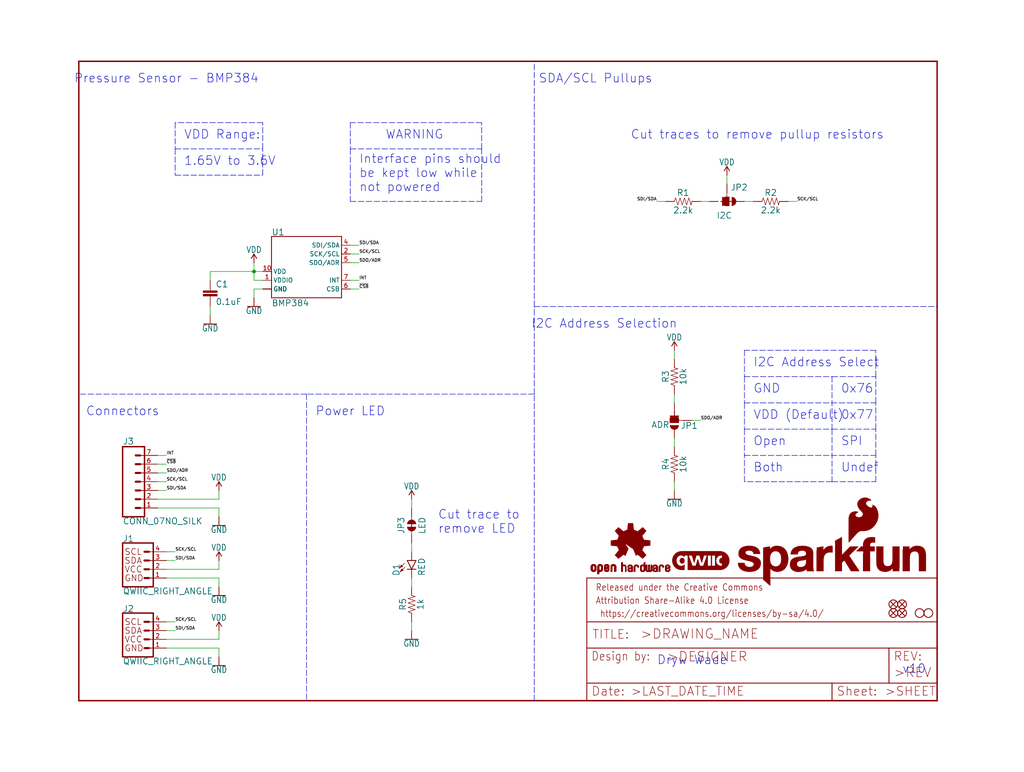
<source format=kicad_sch>
(kicad_sch (version 20211123) (generator eeschema)
  (paper "User" 297.002 223.926)
  (lib_symbols
    (symbol "schematicEagle-eagle-import:0.1UF-0603-25V-(+80{slash}-20%)"
      (property "Reference" "C" (at 1.524 2.921 0))
      (property "Value" "0.1UF-0603-25V-(+80{slash}-20%)" (at 1.524 -2.159 0))
      (symbol "0.1UF-0603-25V-(+80{slash}-20%)_1_0"
        (pin passive line (at 0 5.08 270) (length 2.54) (name "1") (number "1"))
        (pin passive line (at 0 -2.54 90) (length 2.54) (name "2") (number "2"))
      )
    )
    (symbol "schematicEagle-eagle-import:10KOHM-0603-1{slash}10W-1%"
      (property "Reference" "R" (at 0 1.524 0))
      (property "Value" "10KOHM-0603-1{slash}10W-1%" (at 0 -1.524 0))
      (symbol "10KOHM-0603-1{slash}10W-1%_1_0"
        (pin passive line (at -5.08 0 0) (length 2.54) (name "1") (number "1"))
        (pin passive line (at 5.08 0 180) (length 2.54) (name "2") (number "2"))
      )
    )
    (symbol "schematicEagle-eagle-import:1KOHM-0603-1{slash}10W-1%"
      (property "Reference" "R" (at 0 1.524 0))
      (property "Value" "1KOHM-0603-1{slash}10W-1%" (at 0 -1.524 0))
      (symbol "1KOHM-0603-1{slash}10W-1%_1_0"
        (pin passive line (at -5.08 0 0) (length 2.54) (name "1") (number "1"))
        (pin passive line (at 5.08 0 180) (length 2.54) (name "2") (number "2"))
      )
    )
    (symbol "schematicEagle-eagle-import:2.2KOHM-0603-1{slash}10W-1%"
      (property "Reference" "R" (at 0 1.524 0))
      (property "Value" "2.2KOHM-0603-1{slash}10W-1%" (at 0 -1.524 0))
      (symbol "2.2KOHM-0603-1{slash}10W-1%_1_0"
        (pin passive line (at -5.08 0 0) (length 2.54) (name "1") (number "1"))
        (pin passive line (at 5.08 0 180) (length 2.54) (name "2") (number "2"))
      )
    )
    (symbol "schematicEagle-eagle-import:BMP384"
      (property "Reference" "U" (at -12.7 7.874 0))
      (property "Value" "BMP384" (at -12.7 -12.7 0))
      (symbol "BMP384_1_0"
        (pin power_in line (at -15.24 -5.08 0) (length 2.54) (name "VDDIO") (number "1"))
        (pin power_in line (at -15.24 -2.54 0) (length 2.54) (name "VDD") (number "10"))
        (pin bidirectional line (at 10.16 2.54 180) (length 2.54) (name "SCK/SCL") (number "2"))
        (pin power_in line (at -15.24 -7.62 0) (length 2.54) (name "GND") (number "3"))
        (pin bidirectional line (at 10.16 5.08 180) (length 2.54) (name "SDI/SDA") (number "4"))
        (pin bidirectional line (at 10.16 0 180) (length 2.54) (name "SDO/ADR") (number "5"))
        (pin input line (at 10.16 -7.62 180) (length 2.54) (name "CSB") (number "6"))
        (pin output line (at 10.16 -5.08 180) (length 2.54) (name "INT") (number "7"))
        (pin power_in line (at -15.24 -7.62 0) (length 2.54) (name "GND") (number "8"))
        (pin power_in line (at -15.24 -7.62 0) (length 2.54) (name "GND") (number "9"))
      )
    )
    (symbol "schematicEagle-eagle-import:CONN_07NO_SILK"
      (property "Reference" "J" (at -5.08 13.208 0))
      (property "Value" "CONN_07NO_SILK" (at -5.08 -9.906 0))
      (symbol "CONN_07NO_SILK_1_0"
        (pin passive line (at 5.08 -5.08 180) (length 5.08) (name "1") (number "1"))
        (pin passive line (at 5.08 -2.54 180) (length 5.08) (name "2") (number "2"))
        (pin passive line (at 5.08 0 180) (length 5.08) (name "3") (number "3"))
        (pin passive line (at 5.08 2.54 180) (length 5.08) (name "4") (number "4"))
        (pin passive line (at 5.08 5.08 180) (length 5.08) (name "5") (number "5"))
        (pin passive line (at 5.08 7.62 180) (length 5.08) (name "6") (number "6"))
        (pin passive line (at 5.08 10.16 180) (length 5.08) (name "7") (number "7"))
      )
    )
    (symbol "schematicEagle-eagle-import:FIDUCIAL1X2")
    (symbol "schematicEagle-eagle-import:FRAME-LETTER"
      (symbol "FRAME-LETTER_2_0"
        (text " https://creativecommons.org/licenses/by-sa/4.0/" (at 2.54 24.13 0) (effects (font (size 1.9304 1.6408)) (justify left bottom)))
        (text ">DESIGNER" (at 23.114 11.176 0) (effects (font (size 2.7432 2.7432)) (justify left bottom)))
        (text ">DRAWING_NAME" (at 15.494 17.78 0) (effects (font (size 2.7432 2.7432)) (justify left bottom)))
        (text ">LAST_DATE_TIME" (at 12.7 1.27 0) (effects (font (size 2.54 2.54)) (justify left bottom)))
        (text ">REV" (at 88.9 6.604 0) (effects (font (size 2.7432 2.7432)) (justify left bottom)))
        (text ">SHEET" (at 86.36 1.27 0) (effects (font (size 2.54 2.54)) (justify left bottom)))
        (text "Attribution Share-Alike 4.0 License" (at 2.54 27.94 0) (effects (font (size 1.9304 1.6408)) (justify left bottom)))
        (text "Date:" (at 1.27 1.27 0) (effects (font (size 2.54 2.54)) (justify left bottom)))
        (text "Design by:" (at 1.27 11.43 0) (effects (font (size 2.54 2.159)) (justify left bottom)))
        (text "Released under the Creative Commons" (at 2.54 31.75 0) (effects (font (size 1.9304 1.6408)) (justify left bottom)))
        (text "REV:" (at 88.9 11.43 0) (effects (font (size 2.54 2.54)) (justify left bottom)))
        (text "Sheet:" (at 72.39 1.27 0) (effects (font (size 2.54 2.54)) (justify left bottom)))
        (text "TITLE:" (at 1.524 17.78 0) (effects (font (size 2.54 2.54)) (justify left bottom)))
      )
    )
    (symbol "schematicEagle-eagle-import:GND" (power)
      (property "Value" "GND" (at 0 -0.254 0))
      (symbol "GND_1_0"
        (pin power_in line (at 0 2.54 270) (length 2.54) (name "GND") (number "1"))
      )
    )
    (symbol "schematicEagle-eagle-import:JUMPER-SMT_2_NC_TRACE_SILK"
      (property "Reference" "JP" (at 0 3.048 0))
      (property "Value" "JUMPER-SMT_2_NC_TRACE_SILK" (at 0 -3.048 0))
      (symbol "JUMPER-SMT_2_NC_TRACE_SILK_1_0"
        (pin passive line (at -5.08 0 0) (length 2.54) (name "1") (number "1"))
        (pin passive line (at 5.08 0 180) (length 2.54) (name "2") (number "2"))
      )
    )
    (symbol "schematicEagle-eagle-import:JUMPER-SMT_3_1-NC_TRACE_SILK"
      (property "Reference" "JP" (at 5.842 1.524 0))
      (property "Value" "JUMPER-SMT_3_1-NC_TRACE_SILK" (at 6.604 -1.27 0))
      (symbol "JUMPER-SMT_3_1-NC_TRACE_SILK_1_0"
        (pin passive line (at 0 5.08 270) (length 2.54) (name "1") (number "1"))
        (pin passive line (at -5.08 0 0) (length 2.54) (name "2") (number "2"))
        (pin passive line (at 0 -5.08 90) (length 2.54) (name "3") (number "3"))
      )
    )
    (symbol "schematicEagle-eagle-import:JUMPER-SMT_3_2-NC_TRACE_SILK"
      (property "Reference" "JP" (at 6.096 1.524 0))
      (property "Value" "JUMPER-SMT_3_2-NC_TRACE_SILK" (at 6.858 -1.524 0))
      (symbol "JUMPER-SMT_3_2-NC_TRACE_SILK_1_0"
        (pin passive line (at 0 5.08 270) (length 2.54) (name "1") (number "1"))
        (pin passive line (at -5.08 0 0) (length 2.54) (name "2") (number "2"))
        (pin passive line (at 0 -5.08 90) (length 2.54) (name "3") (number "3"))
      )
    )
    (symbol "schematicEagle-eagle-import:LED-RED0603"
      (property "Reference" "D" (at -3.429 -4.572 90))
      (property "Value" "LED-RED0603" (at 1.905 -4.572 90))
      (symbol "LED-RED0603_1_0"
        (pin passive line (at 0 2.54 270) (length 2.54) (name "A") (number "A"))
        (pin passive line (at 0 -5.08 90) (length 2.54) (name "C") (number "C"))
      )
    )
    (symbol "schematicEagle-eagle-import:OSHW-LOGOS")
    (symbol "schematicEagle-eagle-import:QWIIC_CONNECTORJS-1MM"
      (property "Reference" "J" (at -5.08 7.874 0))
      (property "Value" "QWIIC_CONNECTORJS-1MM" (at -5.08 -5.334 0))
      (symbol "QWIIC_CONNECTORJS-1MM_1_0"
        (text "GND" (at -4.572 -2.54 0) (effects (font (size 1.778 1.778)) (justify left)))
        (text "SCL" (at -4.572 5.08 0) (effects (font (size 1.778 1.778)) (justify left)))
        (text "SDA" (at -4.572 2.54 0) (effects (font (size 1.778 1.778)) (justify left)))
        (text "VCC" (at -4.572 0 0) (effects (font (size 1.778 1.778)) (justify left)))
        (pin power_in line (at 7.62 -2.54 180) (length 5.08) (name "1") (number "1"))
        (pin power_in line (at 7.62 0 180) (length 5.08) (name "2") (number "2"))
        (pin passive line (at 7.62 2.54 180) (length 5.08) (name "3") (number "3"))
        (pin passive line (at 7.62 5.08 180) (length 5.08) (name "4") (number "4"))
      )
    )
    (symbol "schematicEagle-eagle-import:QWIIC_LOGO_5MM")
    (symbol "schematicEagle-eagle-import:SFE_LOGO_FLAME.2_INCH")
    (symbol "schematicEagle-eagle-import:SFE_LOGO_NAME_FLAME.1_INCH")
    (symbol "schematicEagle-eagle-import:STAND-OFF")
    (symbol "schematicEagle-eagle-import:VDD" (power)
      (property "Value" "VDD" (at 0 2.794 0))
      (symbol "VDD_1_0"
        (pin power_in line (at 0 0 90) (length 2.54) (name "VDD") (number "1"))
      )
    )
  )
  (junction (at 73.66 78.74))
  (wire (pts (xy 45.72 134.62) (xy 48.26 134.62)))
  (polyline (pts (xy 254 132.08) (xy 254 124.46)))
  (polyline (pts (xy 76.2 35.56) (xy 50.8 35.56)))
  (polyline (pts (xy 215.9 116.84) (xy 254 116.84)))
  (polyline (pts (xy 154.94 114.3) (xy 88.9 114.3)))
  (wire (pts (xy 45.72 142.24) (xy 48.26 142.24)))
  (polyline (pts (xy 215.9 139.7) (xy 215.9 132.08)))
  (polyline (pts (xy 215.9 101.6) (xy 215.9 109.22)))
  (wire (pts (xy 48.26 182.88) (xy 50.8 182.88)))
  (wire (pts (xy 119.38 147.32) (xy 119.38 144.78)))
  (polyline (pts (xy 50.8 43.18) (xy 50.8 50.8)))
  (wire (pts (xy 60.96 81.28) (xy 60.96 78.74)))
  (wire (pts (xy 63.5 147.32) (xy 63.5 149.86)))
  (polyline (pts (xy 254 109.22) (xy 254 101.6)))
  (polyline (pts (xy 139.7 58.42) (xy 139.7 43.18)))
  (wire (pts (xy 73.66 81.28) (xy 73.66 78.74)))
  (wire (pts (xy 48.26 187.96) (xy 63.5 187.96)))
  (polyline (pts (xy 154.94 88.9) (xy 271.78 88.9)))
  (polyline (pts (xy 254 116.84) (xy 254 109.22)))
  (polyline (pts (xy 241.3 139.7) (xy 254 139.7)))
  (polyline (pts (xy 241.3 109.22) (xy 254 109.22)))
  (polyline (pts (xy 139.7 35.56) (xy 101.6 35.56)))
  (polyline (pts (xy 50.8 43.18) (xy 76.2 43.18)))
  (wire (pts (xy 101.6 76.2) (xy 104.14 76.2)))
  (wire (pts (xy 101.6 71.12) (xy 104.14 71.12)))
  (polyline (pts (xy 76.2 43.18) (xy 76.2 35.56)))
  (wire (pts (xy 190.5 58.42) (xy 193.04 58.42)))
  (polyline (pts (xy 241.3 124.46) (xy 254 124.46)))
  (polyline (pts (xy 254 101.6) (xy 215.9 101.6)))
  (wire (pts (xy 63.5 167.64) (xy 63.5 170.18)))
  (wire (pts (xy 63.5 185.42) (xy 63.5 182.88)))
  (wire (pts (xy 45.72 139.7) (xy 48.26 139.7)))
  (polyline (pts (xy 215.9 124.46) (xy 241.3 124.46)))
  (wire (pts (xy 48.26 165.1) (xy 63.5 165.1)))
  (wire (pts (xy 228.6 58.42) (xy 231.14 58.42)))
  (wire (pts (xy 205.74 58.42) (xy 203.2 58.42)))
  (wire (pts (xy 119.38 182.88) (xy 119.38 180.34)))
  (wire (pts (xy 45.72 147.32) (xy 63.5 147.32)))
  (wire (pts (xy 45.72 144.78) (xy 63.5 144.78)))
  (polyline (pts (xy 88.9 114.3) (xy 22.86 114.3)))
  (polyline (pts (xy 241.3 109.22) (xy 241.3 124.46)))
  (wire (pts (xy 48.26 167.64) (xy 63.5 167.64)))
  (polyline (pts (xy 50.8 50.8) (xy 76.2 50.8)))
  (wire (pts (xy 76.2 78.74) (xy 73.66 78.74)))
  (wire (pts (xy 63.5 187.96) (xy 63.5 190.5)))
  (polyline (pts (xy 154.94 88.9) (xy 154.94 17.78)))
  (polyline (pts (xy 215.9 109.22) (xy 215.9 116.84)))
  (wire (pts (xy 195.58 142.24) (xy 195.58 139.7)))
  (polyline (pts (xy 101.6 35.56) (xy 101.6 43.18)))
  (polyline (pts (xy 88.9 114.3) (xy 88.9 203.2)))
  (wire (pts (xy 119.38 157.48) (xy 119.38 160.02)))
  (wire (pts (xy 73.66 83.82) (xy 73.66 86.36)))
  (polyline (pts (xy 254 124.46) (xy 254 116.84)))
  (polyline (pts (xy 50.8 35.56) (xy 50.8 43.18)))
  (wire (pts (xy 195.58 104.14) (xy 195.58 101.6)))
  (wire (pts (xy 48.26 160.02) (xy 50.8 160.02)))
  (polyline (pts (xy 254 139.7) (xy 254 132.08)))
  (wire (pts (xy 195.58 127) (xy 195.58 129.54)))
  (polyline (pts (xy 76.2 50.8) (xy 76.2 43.18)))
  (polyline (pts (xy 241.3 124.46) (xy 241.3 139.7)))
  (polyline (pts (xy 101.6 43.18) (xy 139.7 43.18)))
  (wire (pts (xy 76.2 81.28) (xy 73.66 81.28)))
  (polyline (pts (xy 241.3 139.7) (xy 215.9 139.7)))
  (wire (pts (xy 63.5 165.1) (xy 63.5 162.56)))
  (wire (pts (xy 119.38 167.64) (xy 119.38 170.18)))
  (polyline (pts (xy 154.94 203.2) (xy 154.94 114.3)))
  (polyline (pts (xy 139.7 43.18) (xy 139.7 35.56)))
  (wire (pts (xy 195.58 116.84) (xy 195.58 114.3)))
  (polyline (pts (xy 215.9 109.22) (xy 241.3 109.22)))
  (wire (pts (xy 60.96 91.44) (xy 60.96 88.9)))
  (wire (pts (xy 218.44 58.42) (xy 215.9 58.42)))
  (wire (pts (xy 101.6 81.28) (xy 104.14 81.28)))
  (wire (pts (xy 48.26 185.42) (xy 63.5 185.42)))
  (wire (pts (xy 210.82 53.34) (xy 210.82 50.8)))
  (polyline (pts (xy 215.9 132.08) (xy 254 132.08)))
  (wire (pts (xy 48.26 162.56) (xy 50.8 162.56)))
  (polyline (pts (xy 101.6 58.42) (xy 139.7 58.42)))
  (polyline (pts (xy 215.9 124.46) (xy 215.9 132.08)))
  (wire (pts (xy 45.72 132.08) (xy 48.26 132.08)))
  (wire (pts (xy 60.96 78.74) (xy 73.66 78.74)))
  (polyline (pts (xy 215.9 116.84) (xy 215.9 124.46)))
  (wire (pts (xy 76.2 83.82) (xy 73.66 83.82)))
  (polyline (pts (xy 154.94 114.3) (xy 154.94 88.9)))
  (wire (pts (xy 63.5 144.78) (xy 63.5 142.24)))
  (wire (pts (xy 101.6 73.66) (xy 104.14 73.66)))
  (polyline (pts (xy 101.6 43.18) (xy 101.6 58.42)))
  (wire (pts (xy 48.26 180.34) (xy 50.8 180.34)))
  (wire (pts (xy 101.6 83.82) (xy 104.14 83.82)))
  (wire (pts (xy 73.66 78.74) (xy 73.66 76.2)))
  (wire (pts (xy 200.66 121.92) (xy 203.2 121.92)))
  (wire (pts (xy 45.72 137.16) (xy 48.26 137.16)))
  (text "Cut traces to remove pullup resistors" (at 182.88 40.64 180) (effects (font (size 2.54 2.54)) (justify left bottom)))
  (text "0x76" (at 243.84 114.3 180) (effects (font (size 2.54 2.54)) (justify left bottom)))
  (text "Connectors" (at 35.56 119.38 180) (effects (font (size 2.54 2.54))))
  (text "0x77" (at 243.84 121.92 180) (effects (font (size 2.54 2.54)) (justify left bottom)))
  (text "I2C Address Selection" (at 175.26 93.98 180) (effects (font (size 2.54 2.54))))
  (text "Cut trace to\nremove LED" (at 127 154.94 180) (effects (font (size 2.54 2.54)) (justify left bottom)))
  (text "I2C Address Select" (at 218.44 106.68 180) (effects (font (size 2.54 2.54)) (justify left bottom)))
  (text "VDD Range:" (at 53.34 40.64 180) (effects (font (size 2.54 2.54)) (justify left bottom)))
  (text "SPI" (at 243.84 129.54 180) (effects (font (size 2.54 2.54)) (justify left bottom)))
  (text "1.65V to 3.6V" (at 53.34 48.26 180) (effects (font (size 2.54 2.54)) (justify left bottom)))
  (text "v10" (at 261.62 195.58 180) (effects (font (size 2.54 2.54)) (justify left bottom)))
  (text "SDA/SCL Pullups" (at 172.72 22.86 180) (effects (font (size 2.54 2.54))))
  (text "Dryw Wade" (at 190.5 193.04 180) (effects (font (size 2.54 2.54)) (justify left bottom)))
  (text "GND" (at 218.44 114.3 180) (effects (font (size 2.54 2.54)) (justify left bottom)))
  (text "VDD (Default)" (at 218.44 121.92 180) (effects (font (size 2.54 2.54)) (justify left bottom)))
  (text "Both" (at 218.44 137.16 180) (effects (font (size 2.54 2.54)) (justify left bottom)))
  (text "Pressure Sensor - BMP384" (at 48.26 22.86 180) (effects (font (size 2.54 2.54))))
  (text "Power LED" (at 101.6 119.38 180) (effects (font (size 2.54 2.54))))
  (text "WARNING" (at 111.76 40.64 180) (effects (font (size 2.54 2.54)) (justify left bottom)))
  (text "Undef" (at 243.84 137.16 180) (effects (font (size 2.54 2.54)) (justify left bottom)))
  (text "Interface pins should\nbe kept low while\nnot powered~{}" (at 104.14 55.88 0) (effects (font (size 2.54 2.54)) (justify left bottom)))
  (text "Open" (at 218.44 129.54 180) (effects (font (size 2.54 2.54)) (justify left bottom)))
  (label "SCK/SCL" (at 104.14 73.66 0) (effects (font (size 0.889 0.889))))
  (label "SDI/SDA" (at 50.8 162.56 0) (effects (font (size 0.889 0.889))))
  (label "SCK/SCL" (at 50.8 180.34 0) (effects (font (size 0.889 0.889))))
  (label "SCK/SCL" (at 231.14 58.42 0) (effects (font (size 0.889 0.889))))
  (label "SDO/ADR" (at 104.14 76.2 0) (effects (font (size 0.889 0.889))))
  (label "SDI/SDA" (at 50.8 182.88 0) (effects (font (size 0.889 0.889))))
  (label "~{CSB}" (at 104.14 83.82 0) (effects (font (size 0.889 0.889))))
  (label "SDI/SDA" (at 48.26 142.24 0) (effects (font (size 0.889 0.889))))
  (label "SDI/SDA" (at 104.14 71.12 0) (effects (font (size 0.889 0.889))))
  (label "INT" (at 48.26 132.08 0) (effects (font (size 0.889 0.889))))
  (label "SCK/SCL" (at 48.26 139.7 0) (effects (font (size 0.889 0.889))))
  (label "SDO/ADR" (at 48.26 137.16 0) (effects (font (size 0.889 0.889))))
  (label "~{CSB}" (at 48.26 134.62 0) (effects (font (size 0.889 0.889))))
  (label "SDO/ADR" (at 203.2 121.92 0) (effects (font (size 0.889 0.889))))
  (label "INT" (at 104.14 81.28 0) (effects (font (size 0.889 0.889))))
  (label "SDI/SDA" (at 190.5 58.42 180) (effects (font (size 0.889 0.889))))
  (label "SCK/SCL" (at 50.8 160.02 0) (effects (font (size 0.889 0.889))))
  (symbol (lib_id "schematicEagle-eagle-import:SFE_LOGO_FLAME.2_INCH") (at 245.872 157.734 0) (unit 1)
    (property "Reference" "LOGO2" (effects hide))
    (property "Value" "SFE_LOGO_FLAME.2_INCH" (effects hide))
    (property "Footprint" "schematicEagle:SFE_LOGO_FLAME_.2" (effects hide))
  )
  (symbol (lib_id "schematicEagle-eagle-import:GND") (at 63.5 193.04 0) (unit 1)
    (property "Reference" "#GND3" (effects hide))
    (property "Value" "GND" (at 63.5 193.294 0) (effects (font (size 1.778 1.5113)) (justify top)))
    (property "Footprint" "schematicEagle:" (effects hide))
  )
  (symbol (lib_id "schematicEagle-eagle-import:GND") (at 63.5 172.72 0) (unit 1)
    (property "Reference" "#GND2" (effects hide))
    (property "Value" "GND" (at 63.5 172.974 0) (effects (font (size 1.778 1.5113)) (justify top)))
    (property "Footprint" "schematicEagle:" (effects hide))
  )
  (symbol (lib_id "schematicEagle-eagle-import:2.2KOHM-0603-1{slash}10W-1%") (at 198.12 58.42 0) (unit 1)
    (property "Reference" "R1" (at 198.12 56.896 0) (effects (font (size 1.778 1.778)) (justify bottom)))
    (property "Value" "2.2k" (at 198.12 59.944 0) (effects (font (size 1.778 1.778)) (justify top)))
    (property "Footprint" "schematicEagle:0603" (effects hide))
  )
  (symbol (lib_id "schematicEagle-eagle-import:QWIIC_LOGO_5MM") (at 203.2 162.56 0) (unit 1)
    (property "Reference" "LOGO3" (effects hide))
    (property "Value" "QWIIC_LOGO_5MM" (effects hide))
    (property "Footprint" "schematicEagle:QWIIC_5MM" (effects hide))
  )
  (symbol (lib_id "schematicEagle-eagle-import:GND") (at 63.5 152.4 0) (unit 1)
    (property "Reference" "#GND5" (effects hide))
    (property "Value" "GND" (at 63.5 152.654 0) (effects (font (size 1.778 1.5113)) (justify top)))
    (property "Footprint" "schematicEagle:" (effects hide))
  )
  (symbol (lib_id "schematicEagle-eagle-import:BMP384") (at 91.44 76.2 0) (unit 1)
    (property "Reference" "U1" (at 78.74 68.326 0) (effects (font (size 1.778 1.778)) (justify left bottom)))
    (property "Value" "BMP384" (at 78.74 88.9 0) (effects (font (size 1.778 1.778)) (justify left bottom)))
    (property "Footprint" "schematicEagle:LGA-10" (effects hide))
  )
  (symbol (lib_id "schematicEagle-eagle-import:VDD") (at 63.5 182.88 0) (unit 1)
    (property "Reference" "#SUPPLY3" (effects hide))
    (property "Value" "VDD" (at 63.5 180.086 0) (effects (font (size 1.778 1.5113)) (justify bottom)))
    (property "Footprint" "schematicEagle:" (effects hide))
  )
  (symbol (lib_id "schematicEagle-eagle-import:FIDUCIAL1X2") (at 261.62 177.8 0) (unit 1)
    (property "Reference" "FD1" (effects hide))
    (property "Value" "FIDUCIAL1X2" (effects hide))
    (property "Footprint" "schematicEagle:FIDUCIAL-1X2" (effects hide))
  )
  (symbol (lib_id "schematicEagle-eagle-import:VDD") (at 195.58 101.6 0) (unit 1)
    (property "Reference" "#SUPPLY7" (effects hide))
    (property "Value" "VDD" (at 195.58 98.806 0) (effects (font (size 1.778 1.5113)) (justify bottom)))
    (property "Footprint" "schematicEagle:" (effects hide))
  )
  (symbol (lib_id "schematicEagle-eagle-import:10KOHM-0603-1{slash}10W-1%") (at 195.58 109.22 90) (unit 1)
    (property "Reference" "R3" (at 194.056 109.22 0) (effects (font (size 1.778 1.778)) (justify bottom)))
    (property "Value" "10k" (at 197.104 109.22 0) (effects (font (size 1.778 1.778)) (justify top)))
    (property "Footprint" "schematicEagle:0603" (effects hide))
  )
  (symbol (lib_id "schematicEagle-eagle-import:STAND-OFF") (at 269.24 177.8 0) (unit 1)
    (property "Reference" "H1" (effects hide))
    (property "Value" "STAND-OFF" (effects hide))
    (property "Footprint" "schematicEagle:STAND-OFF" (effects hide))
  )
  (symbol (lib_id "schematicEagle-eagle-import:0.1UF-0603-25V-(+80{slash}-20%)") (at 60.96 86.36 0) (unit 1)
    (property "Reference" "C1" (at 62.484 83.439 0) (effects (font (size 1.778 1.778)) (justify left bottom)))
    (property "Value" "0.1uF" (at 62.484 88.519 0) (effects (font (size 1.778 1.778)) (justify left bottom)))
    (property "Footprint" "schematicEagle:0603" (effects hide))
  )
  (symbol (lib_id "schematicEagle-eagle-import:GND") (at 60.96 93.98 0) (unit 1)
    (property "Reference" "#GND4" (effects hide))
    (property "Value" "GND" (at 60.96 94.234 0) (effects (font (size 1.778 1.5113)) (justify top)))
    (property "Footprint" "schematicEagle:" (effects hide))
  )
  (symbol (lib_id "schematicEagle-eagle-import:GND") (at 73.66 88.9 0) (unit 1)
    (property "Reference" "#GND1" (effects hide))
    (property "Value" "GND" (at 73.66 89.154 0) (effects (font (size 1.778 1.5113)) (justify top)))
    (property "Footprint" "schematicEagle:" (effects hide))
  )
  (symbol (lib_id "schematicEagle-eagle-import:JUMPER-SMT_3_2-NC_TRACE_SILK") (at 210.82 58.42 270) (unit 1)
    (property "Reference" "JP2" (at 214.376 54.356 90) (effects (font (size 1.778 1.778))))
    (property "Value" "I2C" (at 210.058 62.484 90) (effects (font (size 1.778 1.778))))
    (property "Footprint" "schematicEagle:SMT-JUMPER_3_2-NC_TRACE_SILK" (effects hide))
  )
  (symbol (lib_id "schematicEagle-eagle-import:OSHW-LOGOS") (at 182.88 157.48 0) (unit 1)
    (property "Reference" "LOGO1" (effects hide))
    (property "Value" "OSHW-LOGOS" (effects hide))
    (property "Footprint" "schematicEagle:OSHW-LOGO-S" (effects hide))
  )
  (symbol (lib_id "schematicEagle-eagle-import:VDD") (at 119.38 144.78 0) (unit 1)
    (property "Reference" "#SUPPLY4" (effects hide))
    (property "Value" "VDD" (at 119.38 141.986 0) (effects (font (size 1.778 1.5113)) (justify bottom)))
    (property "Footprint" "schematicEagle:" (effects hide))
  )
  (symbol (lib_id "schematicEagle-eagle-import:GND") (at 195.58 144.78 0) (unit 1)
    (property "Reference" "#GND6" (effects hide))
    (property "Value" "GND" (at 195.58 145.034 0) (effects (font (size 1.778 1.5113)) (justify top)))
    (property "Footprint" "schematicEagle:" (effects hide))
  )
  (symbol (lib_id "schematicEagle-eagle-import:SFE_LOGO_NAME_FLAME.1_INCH") (at 213.36 170.18 0) (unit 1)
    (property "Reference" "LOGO4" (effects hide))
    (property "Value" "SFE_LOGO_NAME_FLAME.1_INCH" (effects hide))
    (property "Footprint" "schematicEagle:SFE_LOGO_NAME_FLAME_.1" (effects hide))
  )
  (symbol (lib_id "schematicEagle-eagle-import:2.2KOHM-0603-1{slash}10W-1%") (at 223.52 58.42 0) (unit 1)
    (property "Reference" "R2" (at 223.52 56.896 0) (effects (font (size 1.778 1.778)) (justify bottom)))
    (property "Value" "2.2k" (at 223.52 59.944 0) (effects (font (size 1.778 1.778)) (justify top)))
    (property "Footprint" "schematicEagle:0603" (effects hide))
  )
  (symbol (lib_id "schematicEagle-eagle-import:1KOHM-0603-1{slash}10W-1%") (at 119.38 175.26 90) (unit 1)
    (property "Reference" "R5" (at 117.856 175.26 0) (effects (font (size 1.778 1.778)) (justify bottom)))
    (property "Value" "1k" (at 120.904 175.26 0) (effects (font (size 1.778 1.778)) (justify top)))
    (property "Footprint" "schematicEagle:0603" (effects hide))
  )
  (symbol (lib_id "schematicEagle-eagle-import:QWIIC_CONNECTORJS-1MM") (at 40.64 165.1 0) (unit 1)
    (property "Reference" "J1" (at 35.56 157.226 0) (effects (font (size 1.778 1.778)) (justify left bottom)))
    (property "Value" "QWIIC_RIGHT_ANGLE" (at 35.56 170.434 0) (effects (font (size 1.778 1.778)) (justify left top)))
    (property "Footprint" "schematicEagle:JST04_1MM_RA" (effects hide))
  )
  (symbol (lib_id "schematicEagle-eagle-import:FIDUCIAL1X2") (at 261.62 175.26 0) (unit 1)
    (property "Reference" "FD4" (effects hide))
    (property "Value" "FIDUCIAL1X2" (effects hide))
    (property "Footprint" "schematicEagle:FIDUCIAL-1X2" (effects hide))
  )
  (symbol (lib_id "schematicEagle-eagle-import:10KOHM-0603-1{slash}10W-1%") (at 195.58 134.62 90) (unit 1)
    (property "Reference" "R4" (at 194.056 134.62 0) (effects (font (size 1.778 1.778)) (justify bottom)))
    (property "Value" "10k" (at 197.104 134.62 0) (effects (font (size 1.778 1.778)) (justify top)))
    (property "Footprint" "schematicEagle:0603" (effects hide))
  )
  (symbol (lib_id "schematicEagle-eagle-import:VDD") (at 210.82 50.8 0) (unit 1)
    (property "Reference" "#SUPPLY5" (effects hide))
    (property "Value" "VDD" (at 210.82 48.006 0) (effects (font (size 1.778 1.5113)) (justify bottom)))
    (property "Footprint" "schematicEagle:" (effects hide))
  )
  (symbol (lib_id "schematicEagle-eagle-import:GND") (at 119.38 185.42 0) (unit 1)
    (property "Reference" "#GND7" (effects hide))
    (property "Value" "GND" (at 119.38 185.674 0) (effects (font (size 1.778 1.5113)) (justify top)))
    (property "Footprint" "schematicEagle:" (effects hide))
  )
  (symbol (lib_id "schematicEagle-eagle-import:QWIIC_CONNECTORJS-1MM") (at 40.64 185.42 0) (unit 1)
    (property "Reference" "J2" (at 35.56 177.546 0) (effects (font (size 1.778 1.778)) (justify left bottom)))
    (property "Value" "QWIIC_RIGHT_ANGLE" (at 35.56 190.754 0) (effects (font (size 1.778 1.778)) (justify left top)))
    (property "Footprint" "schematicEagle:JST04_1MM_RA" (effects hide))
  )
  (symbol (lib_id "schematicEagle-eagle-import:JUMPER-SMT_3_1-NC_TRACE_SILK") (at 195.58 121.92 180) (unit 1)
    (property "Reference" "JP1" (at 199.898 123.444 0) (effects (font (size 1.778 1.778))))
    (property "Value" "ADR" (at 191.516 123.19 0) (effects (font (size 1.778 1.778))))
    (property "Footprint" "schematicEagle:SMT-JUMPER_3_1-NC_TRACE_SILK" (effects hide))
  )
  (symbol (lib_id "schematicEagle-eagle-import:VDD") (at 73.66 76.2 0) (unit 1)
    (property "Reference" "#SUPPLY1" (effects hide))
    (property "Value" "VDD" (at 73.66 73.406 0) (effects (font (size 1.778 1.5113)) (justify bottom)))
    (property "Footprint" "schematicEagle:" (effects hide))
  )
  (symbol (lib_id "schematicEagle-eagle-import:FRAME-LETTER") (at 22.86 203.2 0) (unit 1)
    (property "Reference" "FRAME1" (effects hide))
    (property "Value" "FRAME-LETTER" (effects hide))
    (property "Footprint" "schematicEagle:CREATIVE_COMMONS" (effects hide))
  )
  (symbol (lib_id "schematicEagle-eagle-import:FRAME-LETTER") (at 170.18 203.2 0) (unit 2)
    (property "Reference" "FRAME1" (effects hide))
    (property "Value" "FRAME-LETTER" (effects hide))
    (property "Footprint" "schematicEagle:CREATIVE_COMMONS" (effects hide))
  )
  (symbol (lib_id "schematicEagle-eagle-import:FIDUCIAL1X2") (at 259.08 177.8 0) (unit 1)
    (property "Reference" "FD2" (effects hide))
    (property "Value" "FIDUCIAL1X2" (effects hide))
    (property "Footprint" "schematicEagle:FIDUCIAL-1X2" (effects hide))
  )
  (symbol (lib_id "schematicEagle-eagle-import:FIDUCIAL1X2") (at 259.08 175.26 0) (unit 1)
    (property "Reference" "FD3" (effects hide))
    (property "Value" "FIDUCIAL1X2" (effects hide))
    (property "Footprint" "schematicEagle:FIDUCIAL-1X2" (effects hide))
  )
  (symbol (lib_id "schematicEagle-eagle-import:CONN_07NO_SILK") (at 40.64 142.24 0) (unit 1)
    (property "Reference" "J3" (at 35.56 129.032 0) (effects (font (size 1.778 1.778)) (justify left bottom)))
    (property "Value" "CONN_07NO_SILK" (at 35.56 152.146 0) (effects (font (size 1.778 1.778)) (justify left bottom)))
    (property "Footprint" "schematicEagle:1X07_NO_SILK" (effects hide))
  )
  (symbol (lib_id "schematicEagle-eagle-import:JUMPER-SMT_2_NC_TRACE_SILK") (at 119.38 152.4 90) (unit 1)
    (property "Reference" "JP3" (at 116.332 152.4 0) (effects (font (size 1.778 1.778))))
    (property "Value" "LED" (at 122.428 152.4 0) (effects (font (size 1.778 1.778))))
    (property "Footprint" "schematicEagle:SMT-JUMPER_2_NC_TRACE_SILK" (effects hide))
  )
  (symbol (lib_id "schematicEagle-eagle-import:LED-RED0603") (at 119.38 162.56 0) (unit 1)
    (property "Reference" "D1" (at 115.951 167.132 90) (effects (font (size 1.778 1.778)) (justify left bottom)))
    (property "Value" "RED" (at 121.285 167.132 90) (effects (font (size 1.778 1.778)) (justify left top)))
    (property "Footprint" "schematicEagle:LED-0603" (effects hide))
  )
  (symbol (lib_id "schematicEagle-eagle-import:STAND-OFF") (at 266.7 177.8 0) (unit 1)
    (property "Reference" "H2" (effects hide))
    (property "Value" "STAND-OFF" (effects hide))
    (property "Footprint" "schematicEagle:STAND-OFF" (effects hide))
  )
  (symbol (lib_id "schematicEagle-eagle-import:VDD") (at 63.5 142.24 0) (unit 1)
    (property "Reference" "#SUPPLY6" (effects hide))
    (property "Value" "VDD" (at 63.5 139.446 0) (effects (font (size 1.778 1.5113)) (justify bottom)))
    (property "Footprint" "schematicEagle:" (effects hide))
  )
  (symbol (lib_id "schematicEagle-eagle-import:VDD") (at 63.5 162.56 0) (unit 1)
    (property "Reference" "#SUPPLY2" (effects hide))
    (property "Value" "VDD" (at 63.5 159.766 0) (effects (font (size 1.778 1.5113)) (justify bottom)))
    (property "Footprint" "schematicEagle:" (effects hide))
  )
)
</source>
